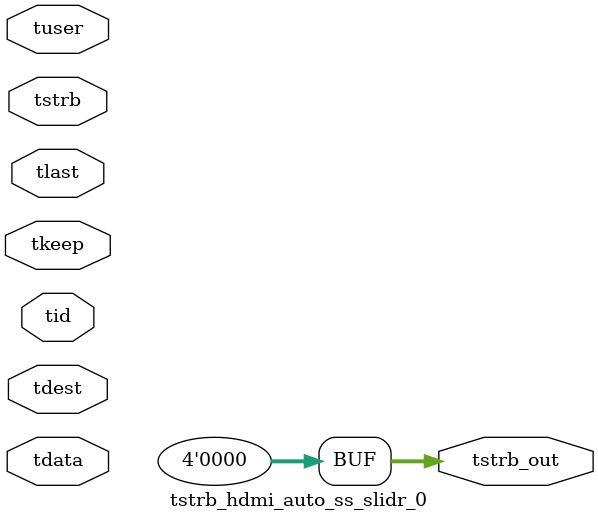
<source format=v>


`timescale 1ps/1ps

module tstrb_hdmi_auto_ss_slidr_0 #
(
parameter C_S_AXIS_TDATA_WIDTH = 32,
parameter C_S_AXIS_TUSER_WIDTH = 0,
parameter C_S_AXIS_TID_WIDTH   = 0,
parameter C_S_AXIS_TDEST_WIDTH = 0,
parameter C_M_AXIS_TDATA_WIDTH = 32
)
(
input  [(C_S_AXIS_TDATA_WIDTH == 0 ? 1 : C_S_AXIS_TDATA_WIDTH)-1:0     ] tdata,
input  [(C_S_AXIS_TUSER_WIDTH == 0 ? 1 : C_S_AXIS_TUSER_WIDTH)-1:0     ] tuser,
input  [(C_S_AXIS_TID_WIDTH   == 0 ? 1 : C_S_AXIS_TID_WIDTH)-1:0       ] tid,
input  [(C_S_AXIS_TDEST_WIDTH == 0 ? 1 : C_S_AXIS_TDEST_WIDTH)-1:0     ] tdest,
input  [(C_S_AXIS_TDATA_WIDTH/8)-1:0 ] tkeep,
input  [(C_S_AXIS_TDATA_WIDTH/8)-1:0 ] tstrb,
input                                                                    tlast,
output [(C_M_AXIS_TDATA_WIDTH/8)-1:0 ] tstrb_out
);

assign tstrb_out = {1'b0};

endmodule


</source>
